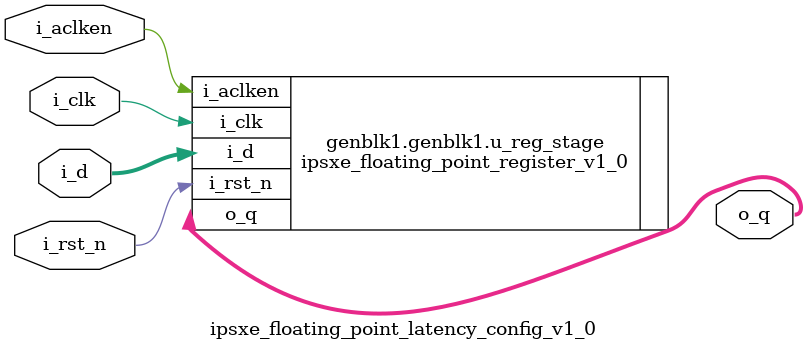
<source format=v>
`timescale 1ns/1ns

module ipsxe_floating_point_latency_config_v1_0 #(parameter N = 64, LATENCY_CONFIG = 1, PIPE_STAGE_NUM_MAX = 1, PIPE_STAGE_NUM = 1) (
    input i_clk,
    input i_aclken,
    input i_rst_n,
    input [N-1:0] i_d,
    output [N-1:0] o_q
);

// determine whether a pipeline stage should be inserted,
// according to the parameter LATENCY_CONFIG
generate
    if (PIPE_STAGE_NUM % 2 != 0)
        if (LATENCY_CONFIG >= PIPE_STAGE_NUM_MAX     - (PIPE_STAGE_NUM / 2))
            ipsxe_floating_point_register_v1_0 #(N) u_reg_stage(
                .i_clk(i_clk), // input clock
                .i_aclken(i_aclken), // input clock enable
                .i_rst_n(i_rst_n), // input reset
                .i_d(i_d), // input data
                .o_q(o_q) // output data
            );
        else
            assign o_q = i_d;
    else if (PIPE_STAGE_NUM % 4 != 0)
        if (LATENCY_CONFIG >= (PIPE_STAGE_NUM_MAX/2) - (PIPE_STAGE_NUM / 4))
            ipsxe_floating_point_register_v1_0 #(N) u_reg_stage(
                .i_clk(i_clk), // input clock
                .i_aclken(i_aclken), // input clock enable
                .i_rst_n(i_rst_n), // input reset
                .i_d(i_d), // input data
                .o_q(o_q) // output data
            );
        else
            assign o_q = i_d;
    else if (PIPE_STAGE_NUM % 8 != 0)
        if (LATENCY_CONFIG >= (PIPE_STAGE_NUM_MAX/4) - (PIPE_STAGE_NUM / 8))
            ipsxe_floating_point_register_v1_0 #(N) u_reg_stage(
                .i_clk(i_clk), // input clock
                .i_aclken(i_aclken), // input clock enable
                .i_rst_n(i_rst_n), // input reset
                .i_d(i_d), // input data
                .o_q(o_q) // output data
            );
        else
            assign o_q = i_d;
    else if (PIPE_STAGE_NUM % 16 != 0)
        if (LATENCY_CONFIG >= (PIPE_STAGE_NUM_MAX/8) - (PIPE_STAGE_NUM / 16))
            ipsxe_floating_point_register_v1_0 #(N) u_reg_stage(
                .i_clk(i_clk), // input clock
                .i_aclken(i_aclken), // input clock enable
                .i_rst_n(i_rst_n), // input reset
                .i_d(i_d), // input data
                .o_q(o_q) // output data
            );
        else
            assign o_q = i_d;
    else if (PIPE_STAGE_NUM % 32 != 0)
        if (LATENCY_CONFIG >= (PIPE_STAGE_NUM_MAX/16) - (PIPE_STAGE_NUM / 32))
            ipsxe_floating_point_register_v1_0 #(N) u_reg_stage(
                .i_clk(i_clk), // input clock
                .i_aclken(i_aclken), // input clock enable
                .i_rst_n(i_rst_n), // input reset
                .i_d(i_d), // input data
                .o_q(o_q) // output data
            );
        else
            assign o_q = i_d;
    else if (PIPE_STAGE_NUM % 64 != 0)
        if (LATENCY_CONFIG >= (PIPE_STAGE_NUM_MAX/32) - (PIPE_STAGE_NUM / 64))
            ipsxe_floating_point_register_v1_0 #(N) u_reg_stage(
                .i_clk(i_clk), // input clock
                .i_aclken(i_aclken), // input clock enable
                .i_rst_n(i_rst_n), // input reset
                .i_d(i_d), // input data
                .o_q(o_q) // output data
            );
        else
            assign o_q = i_d;
    else // if (PIPE_STAGE_NUM % 128 != 0)
        if (LATENCY_CONFIG >= (PIPE_STAGE_NUM_MAX/64) - (PIPE_STAGE_NUM / 128))
            ipsxe_floating_point_register_v1_0 #(N) u_reg_stage(
                .i_clk(i_clk), // input clock
                .i_aclken(i_aclken), // input clock enable
                .i_rst_n(i_rst_n), // input reset
                .i_d(i_d), // input data
                .o_q(o_q) // output data
            );
        else
            assign o_q = i_d;
endgenerate

endmodule
</source>
